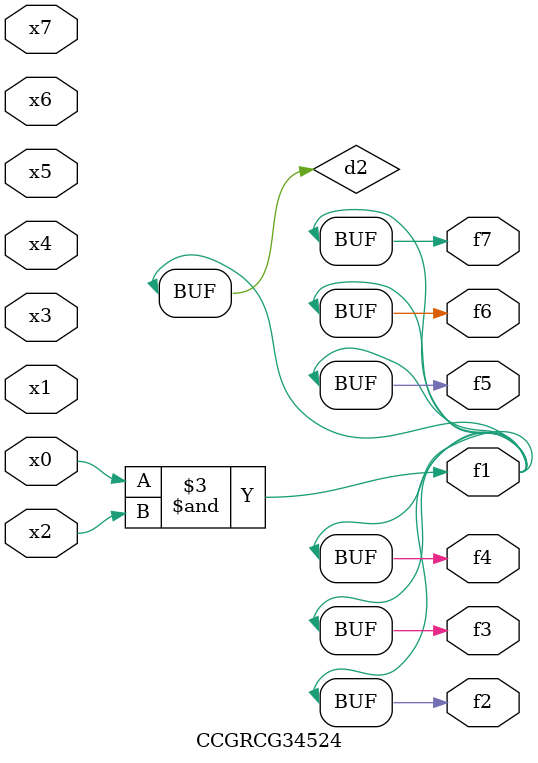
<source format=v>
module CCGRCG34524(
	input x0, x1, x2, x3, x4, x5, x6, x7,
	output f1, f2, f3, f4, f5, f6, f7
);

	wire d1, d2;

	nor (d1, x3, x6);
	and (d2, x0, x2);
	assign f1 = d2;
	assign f2 = d2;
	assign f3 = d2;
	assign f4 = d2;
	assign f5 = d2;
	assign f6 = d2;
	assign f7 = d2;
endmodule

</source>
